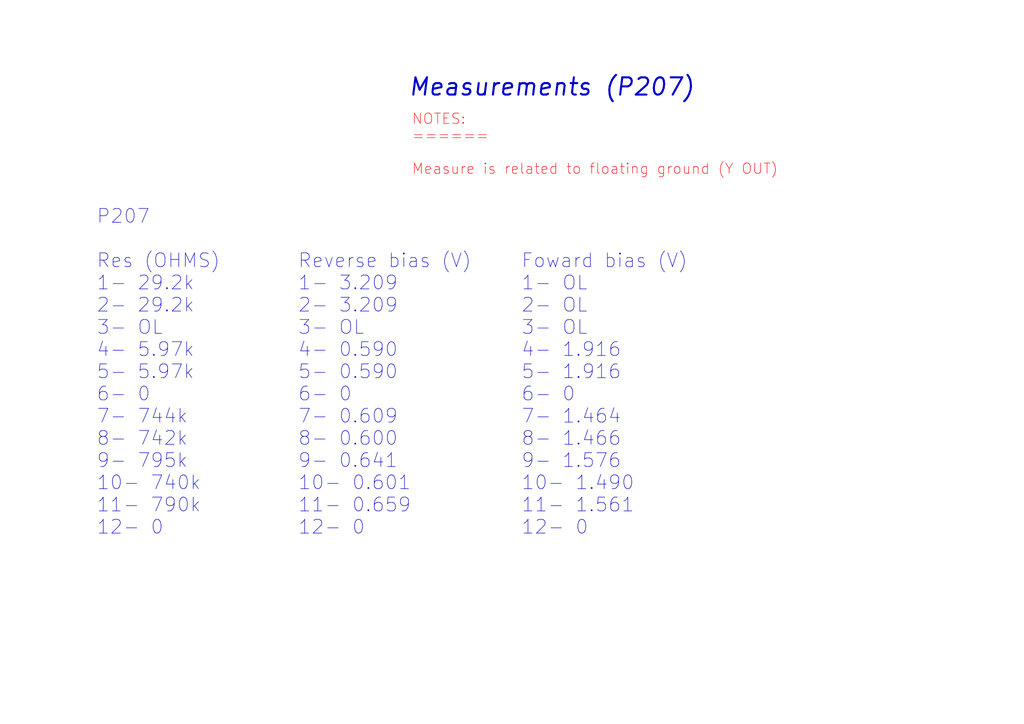
<source format=kicad_sch>
(kicad_sch
	(version 20231120)
	(generator "eeschema")
	(generator_version "8.0")
	(uuid "7867e2d5-fa09-4fdd-abad-f2ce04a449ec")
	(paper "A4")
	(title_block
		(title "Y BOARD LG PLASMA TV PANEL")
		(date "2025-03-24")
		(rev "1.0")
		(comment 1 "Author: Fábio Pereira da Silva")
	)
	(lib_symbols)
	(text "Measurements (P207)"
		(exclude_from_sim no)
		(at 160.02 25.4 0)
		(effects
			(font
				(size 5 5)
				(thickness 0.6)
				(bold yes)
				(italic yes)
			)
		)
		(uuid "102a7840-c88f-4b25-854e-e8a98ca751cf")
	)
	(text "NOTES:\n======\n\nMeasure is related to floating ground (Y OUT)"
		(exclude_from_sim no)
		(at 119.38 41.91 0)
		(effects
			(font
				(size 3 3)
				(color 255 0 2 1)
			)
			(justify left)
		)
		(uuid "7f450929-3a4a-4d1c-a203-5098fa09641c")
	)
	(text "\n\nFoward bias (V)\n1- OL\n2- OL\n3- OL\n4- 1.916\n5- 1.916\n6- 0\n7- 1.464\n8- 1.466\n9- 1.576\n10- 1.490\n11- 1.561\n12- 0"
		(exclude_from_sim no)
		(at 151.13 107.95 0)
		(effects
			(font
				(size 4 4)
			)
			(justify left)
		)
		(uuid "9fd160e3-f937-47b5-b654-9a8e3f346eb9")
	)
	(text "\n\nReverse bias (V)\n1- 3.209\n2- 3.209\n3- OL\n4- 0.590\n5- 0.590\n6- 0\n7- 0.609\n8- 0.600\n9- 0.641\n10- 0.601\n11- 0.659\n12- 0\n"
		(exclude_from_sim no)
		(at 86.36 107.95 0)
		(effects
			(font
				(size 4 4)
			)
			(justify left)
		)
		(uuid "ba1bb9a0-c32d-4a69-83f1-cb3e0a8c04f4")
	)
	(text "P207\n\nRes (OHMS)\n1- 29.2k\n2- 29.2k\n3- OL\n4- 5.97k\n5- 5.97k\n6- 0\n7- 744k\n8- 742k\n9- 795k\n10- 740k\n11- 790k\n12- 0"
		(exclude_from_sim no)
		(at 27.94 107.95 0)
		(effects
			(font
				(size 4 4)
			)
			(justify left)
		)
		(uuid "f07c761b-4eb6-4e3b-96b7-6b86cc10d6a9")
	)
)

</source>
